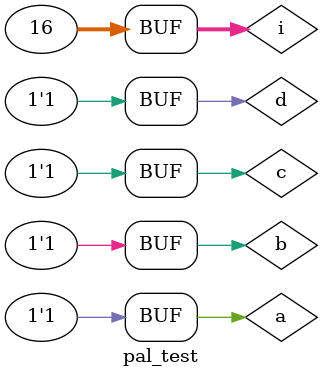
<source format=v>
module pal_test;
wire f1,f2,f3;
reg a,b,c,d;
integer i;
pal habeebs(a,b,c,d,f1,f2,f3);
initial begin
for(i=0;i<16;i=i+1)
begin
{a,b,c,d}=i;
#10;
end
end
endmodule

</source>
